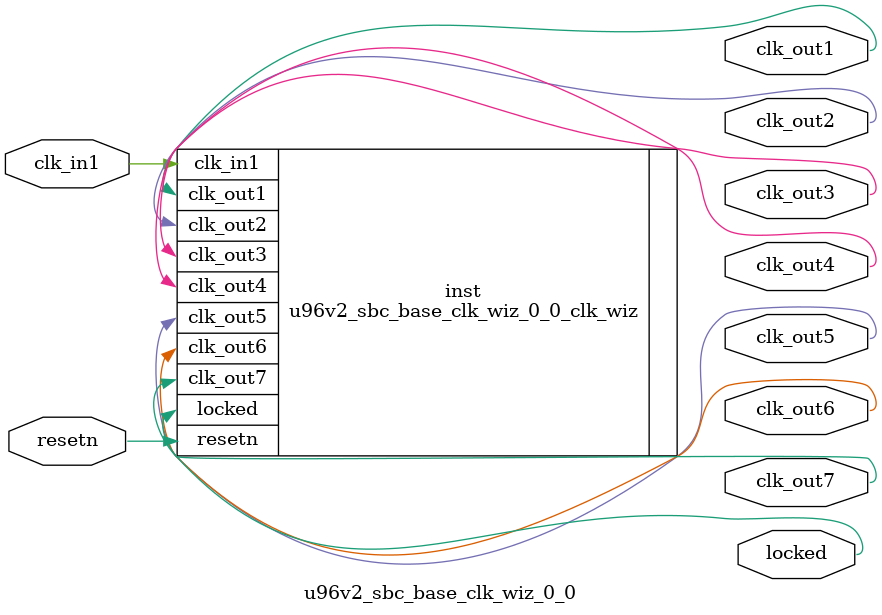
<source format=v>


`timescale 1ps/1ps

(* CORE_GENERATION_INFO = "u96v2_sbc_base_clk_wiz_0_0,clk_wiz_v6_0_6_0_0,{component_name=u96v2_sbc_base_clk_wiz_0_0,use_phase_alignment=false,use_min_o_jitter=false,use_max_i_jitter=false,use_dyn_phase_shift=false,use_inclk_switchover=false,use_dyn_reconfig=false,enable_axi=0,feedback_source=FDBK_AUTO,PRIMITIVE=MMCM,num_out_clk=7,clkin1_period=10.000,clkin2_period=10.000,use_power_down=false,use_reset=true,use_locked=true,use_inclk_stopped=false,feedback_type=SINGLE,CLOCK_MGR_TYPE=NA,manual_override=false}" *)

module u96v2_sbc_base_clk_wiz_0_0 
 (
  // Clock out ports
  output        clk_out1,
  output        clk_out2,
  output        clk_out3,
  output        clk_out4,
  output        clk_out5,
  output        clk_out6,
  output        clk_out7,
  // Status and control signals
  input         resetn,
  output        locked,
 // Clock in ports
  input         clk_in1
 );

  u96v2_sbc_base_clk_wiz_0_0_clk_wiz inst
  (
  // Clock out ports  
  .clk_out1(clk_out1),
  .clk_out2(clk_out2),
  .clk_out3(clk_out3),
  .clk_out4(clk_out4),
  .clk_out5(clk_out5),
  .clk_out6(clk_out6),
  .clk_out7(clk_out7),
  // Status and control signals               
  .resetn(resetn), 
  .locked(locked),
 // Clock in ports
  .clk_in1(clk_in1)
  );

endmodule

</source>
